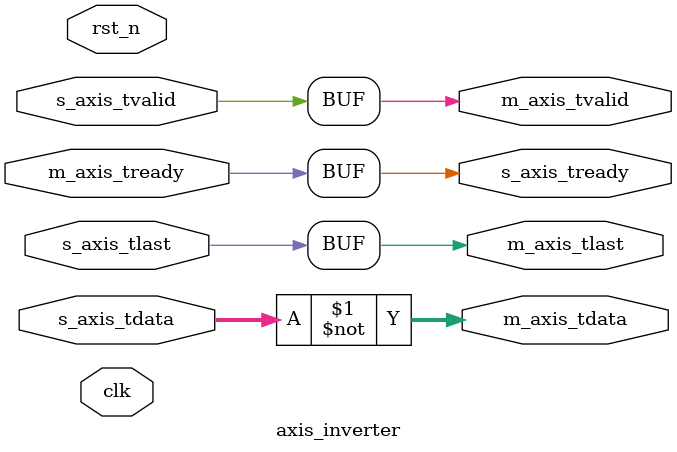
<source format=v>
`timescale 1ns / 1ps


module axis_inverter#(
    parameter DATA_WIDTH = 32
)(
    input   wire                    clk,
    input   wire                    rst_n,          // Active LOW Reset (AXI Standard)
    
    // Slave Interface (Data Input from DMA MM2S)
    input   wire [DATA_WIDTH-1:0]   s_axis_tdata,
    input   wire                    s_axis_tvalid,
    input   wire                    s_axis_tlast,
    output  wire                    s_axis_tready,
    
    // Master Interface (Data Output to DMA S2MM)
    output  wire [DATA_WIDTH-1:0]   m_axis_tdata,
    output  wire                    m_axis_tvalid,
    output  wire                    m_axis_tlast,
    input   wire                    m_axis_tready
    );
    
    // 1. Handshake "Passthrough"
    assign s_axis_tready = m_axis_tready;   
    assign m_axis_tvalid = s_axis_tvalid;   
    
    // 2. Control Signal (Critical for DMA)
    assign m_axis_tlast  = s_axis_tlast;
    
    // 3. Data processing 
    assign m_axis_tdata  = ~s_axis_tdata;   
    
endmodule

</source>
